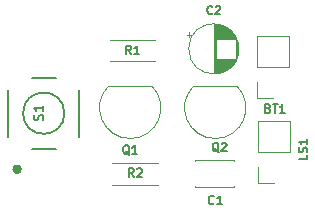
<source format=gbr>
%TF.GenerationSoftware,KiCad,Pcbnew,(5.1.12)-1*%
%TF.CreationDate,2023-08-19T11:40:11+05:30*%
%TF.ProjectId,burglar,62757267-6c61-4722-9e6b-696361645f70,rev?*%
%TF.SameCoordinates,Original*%
%TF.FileFunction,Legend,Top*%
%TF.FilePolarity,Positive*%
%FSLAX46Y46*%
G04 Gerber Fmt 4.6, Leading zero omitted, Abs format (unit mm)*
G04 Created by KiCad (PCBNEW (5.1.12)-1) date 2023-08-19 11:40:11*
%MOMM*%
%LPD*%
G01*
G04 APERTURE LIST*
%ADD10C,0.400000*%
%ADD11C,0.127000*%
%ADD12C,0.120000*%
%ADD13C,0.150000*%
G04 APERTURE END LIST*
D10*
%TO.C,S1*%
X109350000Y-113200000D02*
G75*
G03*
X109350000Y-113200000I-200000J0D01*
G01*
D11*
X113150000Y-108450000D02*
G75*
G03*
X113150000Y-108450000I-1750000J0D01*
G01*
X114400000Y-110450000D02*
X114400000Y-106450000D01*
X108400000Y-110450000D02*
X108400000Y-106450000D01*
X110400000Y-105450000D02*
X112400000Y-105450000D01*
X110400000Y-111450000D02*
X112400000Y-111450000D01*
D12*
%TO.C,R2*%
X117220000Y-114520000D02*
X121060000Y-114520000D01*
X117220000Y-112680000D02*
X121060000Y-112680000D01*
%TO.C,R1*%
X120830000Y-102230000D02*
X116990000Y-102230000D01*
X120830000Y-104070000D02*
X116990000Y-104070000D01*
%TO.C,Q2*%
X127730000Y-106150000D02*
X124130000Y-106150000D01*
X127768478Y-106161522D02*
G75*
G02*
X125930000Y-110600000I-1838478J-1838478D01*
G01*
X124091522Y-106161522D02*
G75*
G03*
X125930000Y-110600000I1838478J-1838478D01*
G01*
%TO.C,Q1*%
X120530000Y-106150000D02*
X116930000Y-106150000D01*
X120568478Y-106161522D02*
G75*
G02*
X118730000Y-110600000I-1838478J-1838478D01*
G01*
X116891522Y-106161522D02*
G75*
G03*
X118730000Y-110600000I1838478J-1838478D01*
G01*
%TO.C,LS1*%
X130900000Y-114330000D02*
X129570000Y-114330000D01*
X129570000Y-114330000D02*
X129570000Y-113000000D01*
X129570000Y-111730000D02*
X129570000Y-109130000D01*
X132230000Y-109130000D02*
X129570000Y-109130000D01*
X132230000Y-111730000D02*
X132230000Y-109130000D01*
X132230000Y-111730000D02*
X129570000Y-111730000D01*
%TO.C,C2*%
X127920000Y-103000000D02*
G75*
G03*
X127920000Y-103000000I-2120000J0D01*
G01*
X125800000Y-100920000D02*
X125800000Y-105080000D01*
X125840000Y-100920000D02*
X125840000Y-105080000D01*
X125880000Y-100921000D02*
X125880000Y-105079000D01*
X125920000Y-100923000D02*
X125920000Y-105077000D01*
X125960000Y-100926000D02*
X125960000Y-105074000D01*
X126000000Y-100929000D02*
X126000000Y-102160000D01*
X126000000Y-103840000D02*
X126000000Y-105071000D01*
X126040000Y-100933000D02*
X126040000Y-102160000D01*
X126040000Y-103840000D02*
X126040000Y-105067000D01*
X126080000Y-100938000D02*
X126080000Y-102160000D01*
X126080000Y-103840000D02*
X126080000Y-105062000D01*
X126120000Y-100944000D02*
X126120000Y-102160000D01*
X126120000Y-103840000D02*
X126120000Y-105056000D01*
X126160000Y-100950000D02*
X126160000Y-102160000D01*
X126160000Y-103840000D02*
X126160000Y-105050000D01*
X126200000Y-100958000D02*
X126200000Y-102160000D01*
X126200000Y-103840000D02*
X126200000Y-105042000D01*
X126240000Y-100966000D02*
X126240000Y-102160000D01*
X126240000Y-103840000D02*
X126240000Y-105034000D01*
X126280000Y-100975000D02*
X126280000Y-102160000D01*
X126280000Y-103840000D02*
X126280000Y-105025000D01*
X126320000Y-100984000D02*
X126320000Y-102160000D01*
X126320000Y-103840000D02*
X126320000Y-105016000D01*
X126360000Y-100995000D02*
X126360000Y-102160000D01*
X126360000Y-103840000D02*
X126360000Y-105005000D01*
X126400000Y-101006000D02*
X126400000Y-102160000D01*
X126400000Y-103840000D02*
X126400000Y-104994000D01*
X126440000Y-101018000D02*
X126440000Y-102160000D01*
X126440000Y-103840000D02*
X126440000Y-104982000D01*
X126480000Y-101032000D02*
X126480000Y-102160000D01*
X126480000Y-103840000D02*
X126480000Y-104968000D01*
X126521000Y-101046000D02*
X126521000Y-102160000D01*
X126521000Y-103840000D02*
X126521000Y-104954000D01*
X126561000Y-101060000D02*
X126561000Y-102160000D01*
X126561000Y-103840000D02*
X126561000Y-104940000D01*
X126601000Y-101076000D02*
X126601000Y-102160000D01*
X126601000Y-103840000D02*
X126601000Y-104924000D01*
X126641000Y-101093000D02*
X126641000Y-102160000D01*
X126641000Y-103840000D02*
X126641000Y-104907000D01*
X126681000Y-101111000D02*
X126681000Y-102160000D01*
X126681000Y-103840000D02*
X126681000Y-104889000D01*
X126721000Y-101130000D02*
X126721000Y-102160000D01*
X126721000Y-103840000D02*
X126721000Y-104870000D01*
X126761000Y-101149000D02*
X126761000Y-102160000D01*
X126761000Y-103840000D02*
X126761000Y-104851000D01*
X126801000Y-101170000D02*
X126801000Y-102160000D01*
X126801000Y-103840000D02*
X126801000Y-104830000D01*
X126841000Y-101192000D02*
X126841000Y-102160000D01*
X126841000Y-103840000D02*
X126841000Y-104808000D01*
X126881000Y-101215000D02*
X126881000Y-102160000D01*
X126881000Y-103840000D02*
X126881000Y-104785000D01*
X126921000Y-101240000D02*
X126921000Y-102160000D01*
X126921000Y-103840000D02*
X126921000Y-104760000D01*
X126961000Y-101265000D02*
X126961000Y-102160000D01*
X126961000Y-103840000D02*
X126961000Y-104735000D01*
X127001000Y-101292000D02*
X127001000Y-102160000D01*
X127001000Y-103840000D02*
X127001000Y-104708000D01*
X127041000Y-101320000D02*
X127041000Y-102160000D01*
X127041000Y-103840000D02*
X127041000Y-104680000D01*
X127081000Y-101350000D02*
X127081000Y-102160000D01*
X127081000Y-103840000D02*
X127081000Y-104650000D01*
X127121000Y-101381000D02*
X127121000Y-102160000D01*
X127121000Y-103840000D02*
X127121000Y-104619000D01*
X127161000Y-101413000D02*
X127161000Y-102160000D01*
X127161000Y-103840000D02*
X127161000Y-104587000D01*
X127201000Y-101448000D02*
X127201000Y-102160000D01*
X127201000Y-103840000D02*
X127201000Y-104552000D01*
X127241000Y-101484000D02*
X127241000Y-102160000D01*
X127241000Y-103840000D02*
X127241000Y-104516000D01*
X127281000Y-101522000D02*
X127281000Y-102160000D01*
X127281000Y-103840000D02*
X127281000Y-104478000D01*
X127321000Y-101562000D02*
X127321000Y-102160000D01*
X127321000Y-103840000D02*
X127321000Y-104438000D01*
X127361000Y-101604000D02*
X127361000Y-102160000D01*
X127361000Y-103840000D02*
X127361000Y-104396000D01*
X127401000Y-101649000D02*
X127401000Y-102160000D01*
X127401000Y-103840000D02*
X127401000Y-104351000D01*
X127441000Y-101696000D02*
X127441000Y-102160000D01*
X127441000Y-103840000D02*
X127441000Y-104304000D01*
X127481000Y-101746000D02*
X127481000Y-102160000D01*
X127481000Y-103840000D02*
X127481000Y-104254000D01*
X127521000Y-101800000D02*
X127521000Y-102160000D01*
X127521000Y-103840000D02*
X127521000Y-104200000D01*
X127561000Y-101858000D02*
X127561000Y-102160000D01*
X127561000Y-103840000D02*
X127561000Y-104142000D01*
X127601000Y-101920000D02*
X127601000Y-102160000D01*
X127601000Y-103840000D02*
X127601000Y-104080000D01*
X127641000Y-101987000D02*
X127641000Y-104013000D01*
X127681000Y-102060000D02*
X127681000Y-103940000D01*
X127721000Y-102141000D02*
X127721000Y-103859000D01*
X127761000Y-102232000D02*
X127761000Y-103768000D01*
X127801000Y-102336000D02*
X127801000Y-103664000D01*
X127841000Y-102463000D02*
X127841000Y-103537000D01*
X127881000Y-102630000D02*
X127881000Y-103370000D01*
X123530199Y-101805000D02*
X123930199Y-101805000D01*
X123730199Y-101605000D02*
X123730199Y-102005000D01*
%TO.C,C1*%
X127470000Y-114670000D02*
X124230000Y-114670000D01*
X127470000Y-112430000D02*
X124230000Y-112430000D01*
X127470000Y-114670000D02*
X127470000Y-114605000D01*
X127470000Y-112495000D02*
X127470000Y-112430000D01*
X124230000Y-114670000D02*
X124230000Y-114605000D01*
X124230000Y-112495000D02*
X124230000Y-112430000D01*
%TO.C,BT1*%
X132130000Y-104530000D02*
X129470000Y-104530000D01*
X132130000Y-104530000D02*
X132130000Y-101930000D01*
X132130000Y-101930000D02*
X129470000Y-101930000D01*
X129470000Y-104530000D02*
X129470000Y-101930000D01*
X129470000Y-107130000D02*
X129470000Y-105800000D01*
X130800000Y-107130000D02*
X129470000Y-107130000D01*
%TO.C,S1*%
D13*
X111324294Y-109035435D02*
X111362446Y-108920979D01*
X111362446Y-108730217D01*
X111324294Y-108653913D01*
X111286141Y-108615761D01*
X111209837Y-108577608D01*
X111133532Y-108577608D01*
X111057228Y-108615761D01*
X111019076Y-108653913D01*
X110980923Y-108730217D01*
X110942771Y-108882826D01*
X110904619Y-108959131D01*
X110866467Y-108997283D01*
X110790162Y-109035435D01*
X110713858Y-109035435D01*
X110637553Y-108997283D01*
X110599401Y-108959131D01*
X110561249Y-108882826D01*
X110561249Y-108692065D01*
X110599401Y-108577608D01*
X111362446Y-107814564D02*
X111362446Y-108272391D01*
X111362446Y-108043477D02*
X110561249Y-108043477D01*
X110675705Y-108119782D01*
X110752010Y-108196086D01*
X110790162Y-108272391D01*
%TO.C,R2*%
X119030000Y-113850714D02*
X118790000Y-113507857D01*
X118618571Y-113850714D02*
X118618571Y-113130714D01*
X118892857Y-113130714D01*
X118961428Y-113165000D01*
X118995714Y-113199285D01*
X119030000Y-113267857D01*
X119030000Y-113370714D01*
X118995714Y-113439285D01*
X118961428Y-113473571D01*
X118892857Y-113507857D01*
X118618571Y-113507857D01*
X119304285Y-113199285D02*
X119338571Y-113165000D01*
X119407142Y-113130714D01*
X119578571Y-113130714D01*
X119647142Y-113165000D01*
X119681428Y-113199285D01*
X119715714Y-113267857D01*
X119715714Y-113336428D01*
X119681428Y-113439285D01*
X119270000Y-113850714D01*
X119715714Y-113850714D01*
%TO.C,R1*%
X118790000Y-103450714D02*
X118550000Y-103107857D01*
X118378571Y-103450714D02*
X118378571Y-102730714D01*
X118652857Y-102730714D01*
X118721428Y-102765000D01*
X118755714Y-102799285D01*
X118790000Y-102867857D01*
X118790000Y-102970714D01*
X118755714Y-103039285D01*
X118721428Y-103073571D01*
X118652857Y-103107857D01*
X118378571Y-103107857D01*
X119475714Y-103450714D02*
X119064285Y-103450714D01*
X119270000Y-103450714D02*
X119270000Y-102730714D01*
X119201428Y-102833571D01*
X119132857Y-102902142D01*
X119064285Y-102936428D01*
%TO.C,Q2*%
X126231428Y-111744285D02*
X126162857Y-111710000D01*
X126094285Y-111641428D01*
X125991428Y-111538571D01*
X125922857Y-111504285D01*
X125854285Y-111504285D01*
X125888571Y-111675714D02*
X125820000Y-111641428D01*
X125751428Y-111572857D01*
X125717142Y-111435714D01*
X125717142Y-111195714D01*
X125751428Y-111058571D01*
X125820000Y-110990000D01*
X125888571Y-110955714D01*
X126025714Y-110955714D01*
X126094285Y-110990000D01*
X126162857Y-111058571D01*
X126197142Y-111195714D01*
X126197142Y-111435714D01*
X126162857Y-111572857D01*
X126094285Y-111641428D01*
X126025714Y-111675714D01*
X125888571Y-111675714D01*
X126471428Y-111024285D02*
X126505714Y-110990000D01*
X126574285Y-110955714D01*
X126745714Y-110955714D01*
X126814285Y-110990000D01*
X126848571Y-111024285D01*
X126882857Y-111092857D01*
X126882857Y-111161428D01*
X126848571Y-111264285D01*
X126437142Y-111675714D01*
X126882857Y-111675714D01*
%TO.C,Q1*%
X118661428Y-111954285D02*
X118592857Y-111920000D01*
X118524285Y-111851428D01*
X118421428Y-111748571D01*
X118352857Y-111714285D01*
X118284285Y-111714285D01*
X118318571Y-111885714D02*
X118250000Y-111851428D01*
X118181428Y-111782857D01*
X118147142Y-111645714D01*
X118147142Y-111405714D01*
X118181428Y-111268571D01*
X118250000Y-111200000D01*
X118318571Y-111165714D01*
X118455714Y-111165714D01*
X118524285Y-111200000D01*
X118592857Y-111268571D01*
X118627142Y-111405714D01*
X118627142Y-111645714D01*
X118592857Y-111782857D01*
X118524285Y-111851428D01*
X118455714Y-111885714D01*
X118318571Y-111885714D01*
X119312857Y-111885714D02*
X118901428Y-111885714D01*
X119107142Y-111885714D02*
X119107142Y-111165714D01*
X119038571Y-111268571D01*
X118970000Y-111337142D01*
X118901428Y-111371428D01*
%TO.C,LS1*%
X133700714Y-111962857D02*
X133700714Y-112305714D01*
X132980714Y-112305714D01*
X133666428Y-111757142D02*
X133700714Y-111654285D01*
X133700714Y-111482857D01*
X133666428Y-111414285D01*
X133632142Y-111380000D01*
X133563571Y-111345714D01*
X133495000Y-111345714D01*
X133426428Y-111380000D01*
X133392142Y-111414285D01*
X133357857Y-111482857D01*
X133323571Y-111620000D01*
X133289285Y-111688571D01*
X133255000Y-111722857D01*
X133186428Y-111757142D01*
X133117857Y-111757142D01*
X133049285Y-111722857D01*
X133015000Y-111688571D01*
X132980714Y-111620000D01*
X132980714Y-111448571D01*
X133015000Y-111345714D01*
X133700714Y-110660000D02*
X133700714Y-111071428D01*
X133700714Y-110865714D02*
X132980714Y-110865714D01*
X133083571Y-110934285D01*
X133152142Y-111002857D01*
X133186428Y-111071428D01*
%TO.C,C2*%
X125680000Y-100007142D02*
X125645714Y-100041428D01*
X125542857Y-100075714D01*
X125474285Y-100075714D01*
X125371428Y-100041428D01*
X125302857Y-99972857D01*
X125268571Y-99904285D01*
X125234285Y-99767142D01*
X125234285Y-99664285D01*
X125268571Y-99527142D01*
X125302857Y-99458571D01*
X125371428Y-99390000D01*
X125474285Y-99355714D01*
X125542857Y-99355714D01*
X125645714Y-99390000D01*
X125680000Y-99424285D01*
X125954285Y-99424285D02*
X125988571Y-99390000D01*
X126057142Y-99355714D01*
X126228571Y-99355714D01*
X126297142Y-99390000D01*
X126331428Y-99424285D01*
X126365714Y-99492857D01*
X126365714Y-99561428D01*
X126331428Y-99664285D01*
X125920000Y-100075714D01*
X126365714Y-100075714D01*
%TO.C,C1*%
X125805000Y-116082142D02*
X125770714Y-116116428D01*
X125667857Y-116150714D01*
X125599285Y-116150714D01*
X125496428Y-116116428D01*
X125427857Y-116047857D01*
X125393571Y-115979285D01*
X125359285Y-115842142D01*
X125359285Y-115739285D01*
X125393571Y-115602142D01*
X125427857Y-115533571D01*
X125496428Y-115465000D01*
X125599285Y-115430714D01*
X125667857Y-115430714D01*
X125770714Y-115465000D01*
X125805000Y-115499285D01*
X126490714Y-116150714D02*
X126079285Y-116150714D01*
X126285000Y-116150714D02*
X126285000Y-115430714D01*
X126216428Y-115533571D01*
X126147857Y-115602142D01*
X126079285Y-115636428D01*
%TO.C,BT1*%
X130409285Y-108048571D02*
X130512142Y-108082857D01*
X130546428Y-108117142D01*
X130580714Y-108185714D01*
X130580714Y-108288571D01*
X130546428Y-108357142D01*
X130512142Y-108391428D01*
X130443571Y-108425714D01*
X130169285Y-108425714D01*
X130169285Y-107705714D01*
X130409285Y-107705714D01*
X130477857Y-107740000D01*
X130512142Y-107774285D01*
X130546428Y-107842857D01*
X130546428Y-107911428D01*
X130512142Y-107980000D01*
X130477857Y-108014285D01*
X130409285Y-108048571D01*
X130169285Y-108048571D01*
X130786428Y-107705714D02*
X131197857Y-107705714D01*
X130992142Y-108425714D02*
X130992142Y-107705714D01*
X131815000Y-108425714D02*
X131403571Y-108425714D01*
X131609285Y-108425714D02*
X131609285Y-107705714D01*
X131540714Y-107808571D01*
X131472142Y-107877142D01*
X131403571Y-107911428D01*
%TD*%
M02*

</source>
